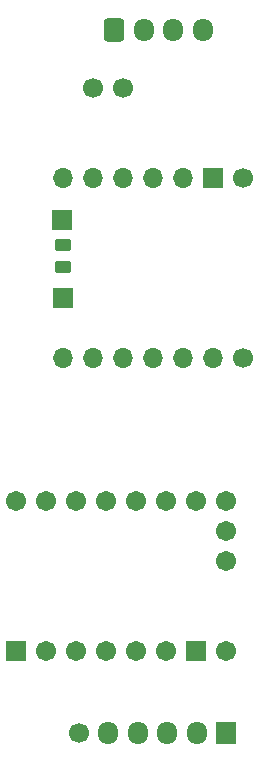
<source format=gbr>
%TF.GenerationSoftware,KiCad,Pcbnew,9.0.0*%
%TF.CreationDate,2025-04-12T21:57:36+03:00*%
%TF.ProjectId,kikad,6b696b61-642e-46b6-9963-61645f706362,rev?*%
%TF.SameCoordinates,Original*%
%TF.FileFunction,Soldermask,Top*%
%TF.FilePolarity,Negative*%
%FSLAX46Y46*%
G04 Gerber Fmt 4.6, Leading zero omitted, Abs format (unit mm)*
G04 Created by KiCad (PCBNEW 9.0.0) date 2025-04-12 21:57:36*
%MOMM*%
%LPD*%
G01*
G04 APERTURE LIST*
G04 Aperture macros list*
%AMRoundRect*
0 Rectangle with rounded corners*
0 $1 Rounding radius*
0 $2 $3 $4 $5 $6 $7 $8 $9 X,Y pos of 4 corners*
0 Add a 4 corners polygon primitive as box body*
4,1,4,$2,$3,$4,$5,$6,$7,$8,$9,$2,$3,0*
0 Add four circle primitives for the rounded corners*
1,1,$1+$1,$2,$3*
1,1,$1+$1,$4,$5*
1,1,$1+$1,$6,$7*
1,1,$1+$1,$8,$9*
0 Add four rect primitives between the rounded corners*
20,1,$1+$1,$2,$3,$4,$5,0*
20,1,$1+$1,$4,$5,$6,$7,0*
20,1,$1+$1,$6,$7,$8,$9,0*
20,1,$1+$1,$8,$9,$2,$3,0*%
G04 Aperture macros list end*
%ADD10RoundRect,0.102000X0.754000X-0.754000X0.754000X0.754000X-0.754000X0.754000X-0.754000X-0.754000X0*%
%ADD11C,1.712000*%
%ADD12C,1.700000*%
%ADD13R,1.700000X1.700000*%
%ADD14RoundRect,0.250000X0.450000X-0.262500X0.450000X0.262500X-0.450000X0.262500X-0.450000X-0.262500X0*%
%ADD15O,1.700000X1.700000*%
%ADD16RoundRect,0.250000X-0.600000X-0.725000X0.600000X-0.725000X0.600000X0.725000X-0.600000X0.725000X0*%
%ADD17O,1.700000X1.950000*%
%ADD18R,1.700000X1.950000*%
G04 APERTURE END LIST*
D10*
%TO.C,U1*%
X166220000Y-108585000D03*
D11*
X168760000Y-108585000D03*
X171300000Y-108585000D03*
X173840000Y-108585000D03*
X176380000Y-108585000D03*
X178920000Y-108585000D03*
D10*
X181460000Y-108585000D03*
D11*
X184000000Y-108585000D03*
X166220000Y-95885000D03*
X168760000Y-95885000D03*
X171300000Y-95885000D03*
X173840000Y-95885000D03*
X176380000Y-95885000D03*
X178920000Y-95885000D03*
X181460000Y-95885000D03*
X184000000Y-95885000D03*
X184000000Y-100965000D03*
X184000000Y-98425000D03*
%TD*%
D12*
%TO.C,REF\u002A\u002A*%
X175260000Y-60960000D03*
%TD*%
%TO.C,REF\u002A\u002A*%
X172720000Y-60960000D03*
%TD*%
D13*
%TO.C,REF\u002A\u002A*%
X170080000Y-72140000D03*
%TD*%
%TO.C,REF\u002A\u002A*%
X170180000Y-78740000D03*
%TD*%
D14*
%TO.C,R1*%
X170133750Y-74240000D03*
X170133750Y-76065000D03*
%TD*%
D15*
%TO.C,U2*%
X170180000Y-68580000D03*
D12*
X185420000Y-83820000D03*
D15*
X182880000Y-83820000D03*
X180340000Y-83820000D03*
X177800000Y-83820000D03*
X175260000Y-83820000D03*
X172720000Y-83820000D03*
X170180000Y-83820000D03*
X172720000Y-68580000D03*
X175260000Y-68580000D03*
X177800000Y-68580000D03*
X180340000Y-68580000D03*
D13*
X182880000Y-68580000D03*
D12*
X185420000Y-68580000D03*
%TD*%
D16*
%TO.C,J1*%
X174500000Y-56000000D03*
D17*
X177000000Y-56000000D03*
X179500000Y-56000000D03*
X182000000Y-56000000D03*
%TD*%
D12*
%TO.C,J2*%
X171500000Y-115570000D03*
D17*
X174000000Y-115570000D03*
X176500000Y-115570000D03*
X179000000Y-115570000D03*
X181500000Y-115570000D03*
D18*
X184000000Y-115570000D03*
%TD*%
M02*

</source>
